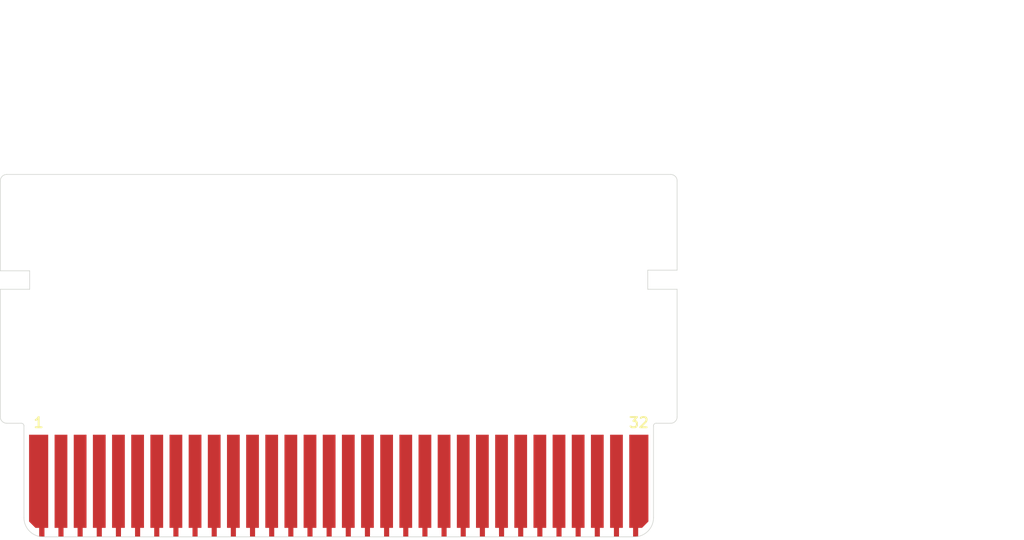
<source format=kicad_pcb>
(kicad_pcb (version 20211014) (generator pcbnew)
  (layers (0 "F.Cu" signal) (31 "B.Cu" signal) (34 "B.Paste" user) (35 "F.Paste" user) (36 "B.SilkS" user "B.Silkscreen") (37 "F.SilkS" user "F.Silkscreen") (38 "B.Mask" user) (39 "F.Mask" user) (44 "Edge.Cuts" user))
  (net 0 "")
  (net 1 "Net-(J1-Pad32)")
  (net 2 "Net-(J1-Pad1)")
  (net 3 "Net-(J1-Pad31)")
  (net 4 "Net-(J1-Pad30)")
  (net 5 "Net-(J1-Pad29)")
  (net 6 "Net-(J1-Pad28)")
  (net 7 "Net-(J1-Pad27)")
  (net 8 "Net-(J1-Pad26)")
  (net 9 "Net-(J1-Pad25)")
  (net 10 "Net-(J1-Pad24)")
  (net 11 "Net-(J1-Pad23)")
  (net 12 "Net-(J1-Pad22)")
  (net 13 "Net-(J1-Pad21)")
  (net 14 "Net-(J1-Pad20)")
  (net 15 "Net-(J1-Pad19)")
  (net 16 "Net-(J1-Pad18)")
  (net 17 "Net-(J1-Pad17)")
  (net 18 "Net-(J1-Pad16)")
  (net 19 "Net-(J1-Pad15)")
  (net 20 "Net-(J1-Pad14)")
  (net 21 "Net-(J1-Pad13)")
  (net 22 "Net-(J1-Pad12)")
  (net 23 "Net-(J1-Pad11)")
  (net 24 "Net-(J1-Pad10)")
  (net 25 "Net-(J1-Pad9)")
  (net 26 "Net-(J1-Pad8)")
  (net 27 "Net-(J1-Pad7)")
  (net 28 "Net-(J1-Pad6)")
  (net 29 "Net-(J1-Pad5)")
  (net 30 "Net-(J1-Pad4)")
  (net 31 "Net-(J1-Pad3)")
  (net 32 "Net-(J1-Pad2)")
  (footprint "Connector_GameBoy:GameBoy_GamePak_DMG-09_P1.50mm_Edge" (layer "F.Cu") (at 150 130.8)
    (fp_text reference "J1" hide)
    (fp_text value "GameBoy_GamePak_DMG-09" hide)
    (fp_text user "1" (at -23.5 -8.95) (layer "F.SilkS") (effects (font (size 0.8 0.8))))
    (fp_text user "32" (at 23.5 -8.95) (layer "F.SilkS") (effects (font (size 0.8 0.8))))
    (fp_poly (pts (xy -23.05 0) (xy -23.45 0) (xy -23.45 -0.7) (xy -23.05 -0.7)) (layer "F.Cu") (width 0) (fill solid))
    (pad "1" smd custom locked (at -23.5 -7.5) (size 1 1) (layers "F.Cu") (net 2 "Net-(J1-Pad1)") (options (clearance outline) (anchor rect)) (primitives (gr_poly (pts (xy -0.75 6.3) (xy -0.75 -0.5) (xy 0.75 -0.5) (xy 0.75 6.8) (xy 0.45 6.8) (xy 0.45 7.5) (xy 0.05 7.5) (xy 0.05 6.8) (xy -0.25 6.8)) (width 0) (fill yes))))
    (pad "2" smd custom locked (at -21.75 -7.5) (size 1 1) (layers "F.Cu") (net 32 "Net-(J1-Pad2)") (options (clearance outline) (anchor rect)) (primitives (gr_poly (pts (xy 0.5 6.8) (xy 0.2 6.8) (xy 0.2 7.5) (xy -0.2 7.5) (xy -0.2 6.8) (xy -0.5 6.8) (xy -0.5 0.5) (xy 0.5 0.5)) (width 0) (fill yes))))
    (pad "3" smd custom locked (at -20.25 -7.5) (size 1 1) (layers "F.Cu") (net 31 "Net-(J1-Pad3)") (options (clearance outline) (anchor rect)) (primitives (gr_poly (pts (xy 0.5 6.8) (xy 0.2 6.8) (xy 0.2 7.5) (xy -0.2 7.5) (xy -0.2 6.8) (xy -0.5 6.8) (xy -0.5 0.5) (xy 0.5 0.5)) (width 0) (fill yes))))
    (pad "4" smd custom locked (at -18.75 -7.5) (size 1 1) (layers "F.Cu") (net 30 "Net-(J1-Pad4)") (options (clearance outline) (anchor rect)) (primitives (gr_poly (pts (xy 0.5 6.8) (xy 0.2 6.8) (xy 0.2 7.5) (xy -0.2 7.5) (xy -0.2 6.8) (xy -0.5 6.8) (xy -0.5 0.5) (xy 0.5 0.5)) (width 0) (fill yes))))
    (pad "5" smd custom locked (at -17.25 -7.5) (size 1 1) (layers "F.Cu") (net 29 "Net-(J1-Pad5)") (options (clearance outline) (anchor rect)) (primitives (gr_poly (pts (xy 0.5 6.8) (xy 0.2 6.8) (xy 0.2 7.5) (xy -0.2 7.5) (xy -0.2 6.8) (xy -0.5 6.8) (xy -0.5 0.5) (xy 0.5 0.5)) (width 0) (fill yes))))
    (pad "6" smd custom locked (at -15.75 -7.5) (size 1 1) (layers "F.Cu") (net 28 "Net-(J1-Pad6)") (options (clearance outline) (anchor rect)) (primitives (gr_poly (pts (xy 0.5 6.8) (xy 0.2 6.8) (xy 0.2 7.5) (xy -0.2 7.5) (xy -0.2 6.8) (xy -0.5 6.8) (xy -0.5 0.5) (xy 0.5 0.5)) (width 0) (fill yes))))
    (pad "7" smd custom locked (at -14.25 -7.5) (size 1 1) (layers "F.Cu") (net 27 "Net-(J1-Pad7)") (options (clearance outline) (anchor rect)) (primitives (gr_poly (pts (xy 0.5 6.8) (xy 0.2 6.8) (xy 0.2 7.5) (xy -0.2 7.5) (xy -0.2 6.8) (xy -0.5 6.8) (xy -0.5 0.5) (xy 0.5 0.5)) (width 0) (fill yes))))
    (pad "8" smd custom locked (at -12.75 -7.5) (size 1 1) (layers "F.Cu") (net 26 "Net-(J1-Pad8)") (options (clearance outline) (anchor rect)) (primitives (gr_poly (pts (xy 0.5 6.8) (xy 0.2 6.8) (xy 0.2 7.5) (xy -0.2 7.5) (xy -0.2 6.8) (xy -0.5 6.8) (xy -0.5 0.5) (xy 0.5 0.5)) (width 0) (fill yes))))
    (pad "9" smd custom locked (at -11.25 -7.5) (size 1 1) (layers "F.Cu") (net 25 "Net-(J1-Pad9)") (options (clearance outline) (anchor rect)) (primitives (gr_poly (pts (xy 0.5 6.8) (xy 0.2 6.8) (xy 0.2 7.5) (xy -0.2 7.5) (xy -0.2 6.8) (xy -0.5 6.8) (xy -0.5 0.5) (xy 0.5 0.5)) (width 0) (fill yes))))
    (pad "10" smd custom locked (at -9.75 -7.5) (size 1 1) (layers "F.Cu") (net 24 "Net-(J1-Pad10)") (options (clearance outline) (anchor rect)) (primitives (gr_poly (pts (xy 0.5 6.8) (xy 0.2 6.8) (xy 0.2 7.5) (xy -0.2 7.5) (xy -0.2 6.8) (xy -0.5 6.8) (xy -0.5 0.5) (xy 0.5 0.5)) (width 0) (fill yes))))
    (pad "11" smd custom locked (at -8.25 -7.5) (size 1 1) (layers "F.Cu") (net 23 "Net-(J1-Pad11)") (options (clearance outline) (anchor rect)) (primitives (gr_poly (pts (xy 0.5 6.8) (xy 0.2 6.8) (xy 0.2 7.5) (xy -0.2 7.5) (xy -0.2 6.8) (xy -0.5 6.8) (xy -0.5 0.5) (xy 0.5 0.5)) (width 0) (fill yes))))
    (pad "12" smd custom locked (at -6.75 -7.5) (size 1 1) (layers "F.Cu") (net 22 "Net-(J1-Pad12)") (options (clearance outline) (anchor rect)) (primitives (gr_poly (pts (xy 0.5 6.8) (xy 0.2 6.8) (xy 0.2 7.5) (xy -0.2 7.5) (xy -0.2 6.8) (xy -0.5 6.8) (xy -0.5 0.5) (xy 0.5 0.5)) (width 0) (fill yes))))
    (pad "13" smd custom locked (at -5.25 -7.5) (size 1 1) (layers "F.Cu") (net 21 "Net-(J1-Pad13)") (options (clearance outline) (anchor rect)) (primitives (gr_poly (pts (xy 0.5 6.8) (xy 0.2 6.8) (xy 0.2 7.5) (xy -0.2 7.5) (xy -0.2 6.8) (xy -0.5 6.8) (xy -0.5 0.5) (xy 0.5 0.5)) (width 0) (fill yes))))
    (pad "14" smd custom locked (at -3.75 -7.5) (size 1 1) (layers "F.Cu") (net 20 "Net-(J1-Pad14)") (options (clearance outline) (anchor rect)) (primitives (gr_poly (pts (xy 0.5 6.8) (xy 0.2 6.8) (xy 0.2 7.5) (xy -0.2 7.5) (xy -0.2 6.8) (xy -0.5 6.8) (xy -0.5 0.5) (xy 0.5 0.5)) (width 0) (fill yes))))
    (pad "15" smd custom locked (at -2.25 -7.5) (size 1 1) (layers "F.Cu") (net 19 "Net-(J1-Pad15)") (options (clearance outline) (anchor rect)) (primitives (gr_poly (pts (xy 0.5 6.8) (xy 0.2 6.8) (xy 0.2 7.5) (xy -0.2 7.5) (xy -0.2 6.8) (xy -0.5 6.8) (xy -0.5 0.5) (xy 0.5 0.5)) (width 0) (fill yes))))
    (pad "16" smd custom locked (at -0.75 -7.5) (size 1 1) (layers "F.Cu") (net 18 "Net-(J1-Pad16)") (options (clearance outline) (anchor rect)) (primitives (gr_poly (pts (xy 0.5 6.8) (xy 0.2 6.8) (xy 0.2 7.5) (xy -0.2 7.5) (xy -0.2 6.8) (xy -0.5 6.8) (xy -0.5 0.5) (xy 0.5 0.5)) (width 0) (fill yes))))
    (pad "17" smd custom locked (at 0.75 -7.5) (size 1 1) (layers "F.Cu") (net 17 "Net-(J1-Pad17)") (options (clearance outline) (anchor rect)) (primitives (gr_poly (pts (xy 0.5 6.8) (xy 0.2 6.8) (xy 0.2 7.5) (xy -0.2 7.5) (xy -0.2 6.8) (xy -0.5 6.8) (xy -0.5 0.5) (xy 0.5 0.5)) (width 0) (fill yes))))
    (pad "18" smd custom locked (at 2.25 -7.5) (size 1 1) (layers "F.Cu") (net 16 "Net-(J1-Pad18)") (options (clearance outline) (anchor rect)) (primitives (gr_poly (pts (xy 0.5 6.8) (xy 0.2 6.8) (xy 0.2 7.5) (xy -0.2 7.5) (xy -0.2 6.8) (xy -0.5 6.8) (xy -0.5 0.5) (xy 0.5 0.5)) (width 0) (fill yes))))
    (pad "19" smd custom locked (at 3.75 -7.5) (size 1 1) (layers "F.Cu") (net 15 "Net-(J1-Pad19)") (options (clearance outline) (anchor rect)) (primitives (gr_poly (pts (xy 0.5 6.8) (xy 0.2 6.8) (xy 0.2 7.5) (xy -0.2 7.5) (xy -0.2 6.8) (xy -0.5 6.8) (xy -0.5 0.5) (xy 0.5 0.5)) (width 0) (fill yes))))
    (pad "20" smd custom locked (at 5.25 -7.5) (size 1 1) (layers "F.Cu") (net 14 "Net-(J1-Pad20)") (options (clearance outline) (anchor rect)) (primitives (gr_poly (pts (xy 0.5 6.8) (xy 0.2 6.8) (xy 0.2 7.5) (xy -0.2 7.5) (xy -0.2 6.8) (xy -0.5 6.8) (xy -0.5 0.5) (xy 0.5 0.5)) (width 0) (fill yes))))
    (pad "21" smd custom locked (at 6.75 -7.5) (size 1 1) (layers "F.Cu") (net 13 "Net-(J1-Pad21)") (options (clearance outline) (anchor rect)) (primitives (gr_poly (pts (xy 0.5 6.8) (xy 0.2 6.8) (xy 0.2 7.5) (xy -0.2 7.5) (xy -0.2 6.8) (xy -0.5 6.8) (xy -0.5 0.5) (xy 0.5 0.5)) (width 0) (fill yes))))
    (pad "22" smd custom locked (at 8.25 -7.5) (size 1 1) (layers "F.Cu") (net 12 "Net-(J1-Pad22)") (options (clearance outline) (anchor rect)) (primitives (gr_poly (pts (xy 0.5 6.8) (xy 0.2 6.8) (xy 0.2 7.5) (xy -0.2 7.5) (xy -0.2 6.8) (xy -0.5 6.8) (xy -0.5 0.5) (xy 0.5 0.5)) (width 0) (fill yes))))
    (pad "23" smd custom locked (at 9.75 -7.5) (size 1 1) (layers "F.Cu") (net 11 "Net-(J1-Pad23)") (options (clearance outline) (anchor rect)) (primitives (gr_poly (pts (xy 0.5 6.8) (xy 0.2 6.8) (xy 0.2 7.5) (xy -0.2 7.5) (xy -0.2 6.8) (xy -0.5 6.8) (xy -0.5 0.5) (xy 0.5 0.5)) (width 0) (fill yes))))
    (pad "24" smd custom locked (at 11.25 -7.5) (size 1 1) (layers "F.Cu") (net 10 "Net-(J1-Pad24)") (options (clearance outline) (anchor rect)) (primitives (gr_poly (pts (xy 0.5 6.8) (xy 0.2 6.8) (xy 0.2 7.5) (xy -0.2 7.5) (xy -0.2 6.8) (xy -0.5 6.8) (xy -0.5 0.5) (xy 0.5 0.5)) (width 0) (fill yes))))
    (pad "25" smd custom locked (at 12.75 -7.5) (size 1 1) (layers "F.Cu") (net 9 "Net-(J1-Pad25)") (options (clearance outline) (anchor rect)) (primitives (gr_poly (pts (xy 0.5 6.8) (xy 0.2 6.8) (xy 0.2 7.5) (xy -0.2 7.5) (xy -0.2 6.8) (xy -0.5 6.8) (xy -0.5 0.5) (xy 0.5 0.5)) (width 0) (fill yes))))
    (pad "26" smd custom locked (at 14.25 -7.5) (size 1 1) (layers "F.Cu") (net 8 "Net-(J1-Pad26)") (options (clearance outline) (anchor rect)) (primitives (gr_poly (pts (xy 0.5 6.8) (xy 0.2 6.8) (xy 0.2 7.5) (xy -0.2 7.5) (xy -0.2 6.8) (xy -0.5 6.8) (xy -0.5 0.5) (xy 0.5 0.5)) (width 0) (fill yes))))
    (pad "27" smd custom locked (at 15.75 -7.5) (size 1 1) (layers "F.Cu") (net 7 "Net-(J1-Pad27)") (options (clearance outline) (anchor rect)) (primitives (gr_poly (pts (xy 0.5 6.8) (xy 0.2 6.8) (xy 0.2 7.5) (xy -0.2 7.5) (xy -0.2 6.8) (xy -0.5 6.8) (xy -0.5 0.5) (xy 0.5 0.5)) (width 0) (fill yes))))
    (pad "28" smd custom locked (at 17.25 -7.5) (size 1 1) (layers "F.Cu") (net 6 "Net-(J1-Pad28)") (options (clearance outline) (anchor rect)) (primitives (gr_poly (pts (xy 0.5 6.8) (xy 0.2 6.8) (xy 0.2 7.5) (xy -0.2 7.5) (xy -0.2 6.8) (xy -0.5 6.8) (xy -0.5 0.5) (xy 0.5 0.5)) (width 0) (fill yes))))
    (pad "29" smd custom locked (at 18.75 -7.5) (size 1 1) (layers "F.Cu") (net 5 "Net-(J1-Pad29)") (options (clearance outline) (anchor rect)) (primitives (gr_poly (pts (xy 0.5 6.8) (xy 0.2 6.8) (xy 0.2 7.5) (xy -0.2 7.5) (xy -0.2 6.8) (xy -0.5 6.8) (xy -0.5 0.5) (xy 0.5 0.5)) (width 0) (fill yes))))
    (pad "30" smd custom locked (at 20.25 -7.5) (size 1 1) (layers "F.Cu") (net 4 "Net-(J1-Pad30)") (options (clearance outline) (anchor rect)) (primitives (gr_poly (pts (xy 0.5 6.8) (xy 0.2 6.8) (xy 0.2 7.5) (xy -0.2 7.5) (xy -0.2 6.8) (xy -0.5 6.8) (xy -0.5 0.5) (xy 0.5 0.5)) (width 0) (fill yes))))
    (pad "31" smd custom locked (at 21.75 -7.5) (size 1 1) (layers "F.Cu") (net 3 "Net-(J1-Pad31)") (options (clearance outline) (anchor rect)) (primitives (gr_poly (pts (xy 0.5 6.8) (xy 0.2 6.8) (xy 0.2 7.5) (xy -0.2 7.5) (xy -0.2 6.8) (xy -0.5 6.8) (xy -0.5 0.5) (xy 0.5 0.5)) (width 0) (fill yes))))
    (pad "32" smd custom locked (at 23.5 -7.5) (size 1 1) (layers "F.Cu") (net 1 "Net-(J1-Pad32)") (options (clearance outline) (anchor rect)) (primitives (gr_poly (pts (xy -0.75 6.8) (xy -0.75 -0.5) (xy 0.75 -0.5) (xy 0.75 6.3) (xy 0.25 6.8) (xy -0.05 6.8) (xy -0.05 7.5) (xy -0.45 7.5) (xy -0.45 6.8)) (width 0) (fill yes))))
  )
  (gr_line (start 174.65 129.3) (end 174.65 122.1) (layer "Edge.Cuts") (width 0.05))
  (gr_line (start 173.15 130.8) (end 126.85 130.8) (layer "Edge.Cuts") (width 0.05))
  (gr_arc (start 174.65 122.1) (mid 174.708579 121.958579) (end 174.85 121.9) (layer "Edge.Cuts") (width 0.05))
  (gr_line (start 125.35 129.3) (end 125.35 122.1) (layer "Edge.Cuts") (width 0.05))
  (gr_arc (start 174.65 129.3) (mid 174.21066 130.36066) (end 173.15 130.8) (layer "Edge.Cuts") (width 0.05))
  (gr_arc (start 126.85 130.8) (mid 125.78934 130.36066) (end 125.35 129.3) (layer "Edge.Cuts") (width 0.05))
  (gr_arc (start 176 102.4) (mid 176.353553 102.546447) (end 176.5 102.9) (layer "Edge.Cuts") (width 0.05))
  (gr_line (start 124 121.9) (end 125.15 121.9) (layer "Edge.Cuts") (width 0.05))
  (gr_line (start 123.5 111.4) (end 123.5 121.4) (layer "Edge.Cuts") (width 0.05))
  (gr_line (start 125.8 109.95) (end 123.5 109.95) (layer "Edge.Cuts") (width 0.05))
  (gr_line (start 125.8 111.4) (end 125.8 109.95) (layer "Edge.Cuts") (width 0.05))
  (gr_line (start 123.5 111.4) (end 125.8 111.4) (layer "Edge.Cuts") (width 0.05))
  (gr_arc (start 124 121.9) (mid 123.646447 121.753553) (end 123.5 121.4) (layer "Edge.Cuts") (width 0.05))
  (gr_arc (start 125.15 121.9) (mid 125.291421 121.958579) (end 125.35 122.1) (layer "Edge.Cuts") (width 0.05))
  (gr_line (start 174.85 121.9) (end 176 121.9) (layer "Edge.Cuts") (width 0.05))
  (gr_line (start 176.5 111.4) (end 176.5 121.4) (layer "Edge.Cuts") (width 0.05))
  (gr_line (start 174.2 109.9) (end 176.5 109.9) (layer "Edge.Cuts") (width 0.05))
  (gr_line (start 174.2 111.4) (end 174.2 109.9) (layer "Edge.Cuts") (width 0.05))
  (gr_line (start 176.5 111.4) (end 174.2 111.4) (layer "Edge.Cuts") (width 0.05))
  (gr_arc (start 176.5 121.4) (mid 176.353553 121.753553) (end 176 121.9) (layer "Edge.Cuts") (width 0.05))
  (gr_line (start 123.5 102.9) (end 123.5 109.95) (layer "Edge.Cuts") (width 0.05))
  (gr_line (start 176.5 102.9) (end 176.5 109.9) (layer "Edge.Cuts") (width 0.05))
  (gr_arc (start 123.5 102.9) (mid 123.646447 102.546447) (end 124 102.4) (layer "Edge.Cuts") (width 0.05))
  (gr_line (start 124 102.4) (end 176 102.4) (layer "Edge.Cuts") (width 0.05))
)
</source>
